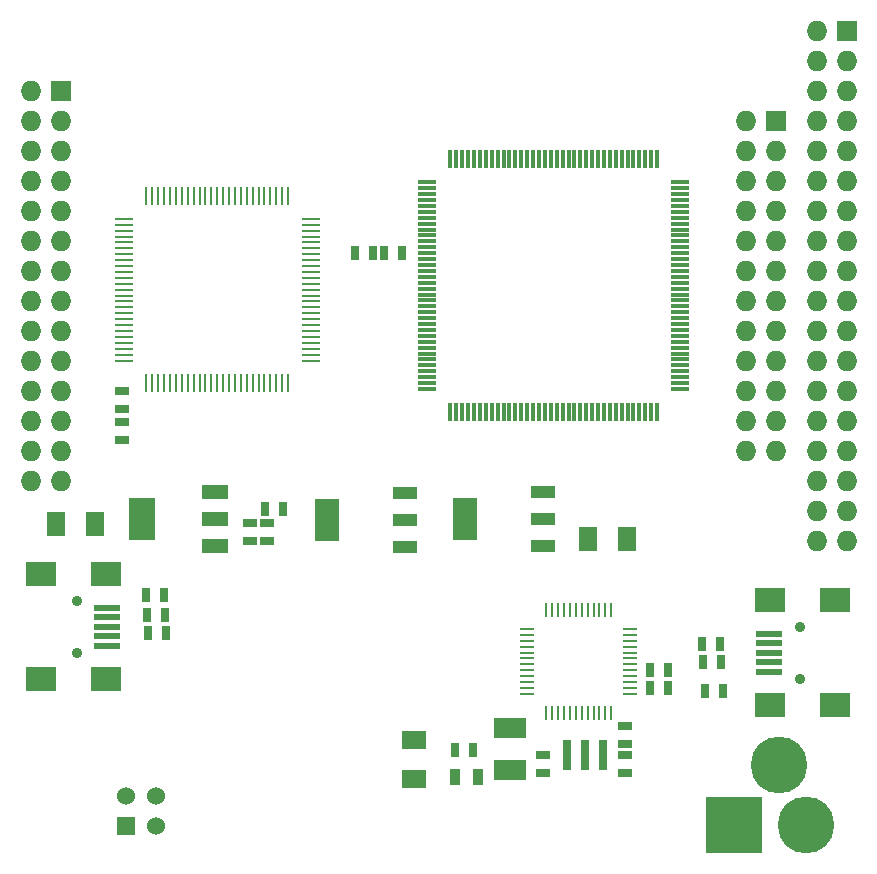
<source format=gts>
G04 #@! TF.FileFunction,Soldermask,Top*
%FSLAX46Y46*%
G04 Gerber Fmt 4.6, Leading zero omitted, Abs format (unit mm)*
G04 Created by KiCad (PCBNEW no-vcs-found-product) date mié 22 jul 2015 02:19:54 COT*
%MOMM*%
G01*
G04 APERTURE LIST*
%ADD10C,0.100000*%
%ADD11R,0.635000X1.143000*%
%ADD12R,1.524000X2.032000*%
%ADD13R,1.143000X0.635000*%
%ADD14R,2.235200X1.219200*%
%ADD15R,2.235200X3.606800*%
%ADD16R,1.550000X0.300000*%
%ADD17R,0.300000X1.550000*%
%ADD18R,1.500000X0.280000*%
%ADD19R,0.280000X1.500000*%
%ADD20R,2.032000X3.657600*%
%ADD21R,2.032000X1.016000*%
%ADD22R,1.727200X1.727200*%
%ADD23O,1.727200X1.727200*%
%ADD24R,2.794000X1.778000*%
%ADD25R,1.300000X0.250000*%
%ADD26R,0.250000X1.300000*%
%ADD27R,0.889000X1.397000*%
%ADD28R,2.032000X1.524000*%
%ADD29R,2.301240X0.500380*%
%ADD30R,2.499360X1.998980*%
%ADD31C,0.899160*%
%ADD32C,4.800600*%
%ADD33R,4.800600X4.800600*%
%ADD34R,0.800000X2.600000*%
%ADD35R,1.524000X1.524000*%
%ADD36C,1.524000*%
G04 APERTURE END LIST*
D10*
D11*
X40813800Y-108224900D03*
X42337800Y-108224900D03*
D12*
X26412000Y-109520300D03*
X23110000Y-109520300D03*
D13*
X39537600Y-109405600D03*
X39537600Y-110929600D03*
X28722240Y-98195560D03*
X28722240Y-99719560D03*
X41042400Y-109393300D03*
X41042400Y-110917300D03*
X28752240Y-102369560D03*
X28752240Y-100845560D03*
D14*
X36588800Y-111366000D03*
X36588800Y-109080000D03*
X36588800Y-106794000D03*
D15*
X30391200Y-109080000D03*
D16*
X54580000Y-80550000D03*
X54580000Y-81050000D03*
X54580000Y-81550000D03*
X54580000Y-82050000D03*
X54580000Y-82550000D03*
X54580000Y-83050000D03*
X54580000Y-83550000D03*
X54580000Y-84050000D03*
X54580000Y-84550000D03*
X54580000Y-85050000D03*
X54580000Y-85550000D03*
X54580000Y-86050000D03*
X54580000Y-86550000D03*
X54580000Y-87050000D03*
X54580000Y-87550000D03*
X54580000Y-88050000D03*
X54580000Y-88550000D03*
X54580000Y-89050000D03*
X54580000Y-89550000D03*
X54580000Y-90050000D03*
X54580000Y-90550000D03*
X54580000Y-91050000D03*
X54580000Y-91550000D03*
X54580000Y-92050000D03*
X54580000Y-92550000D03*
X54580000Y-93050000D03*
X54580000Y-93550000D03*
X54580000Y-94050000D03*
X54580000Y-94550000D03*
X54580000Y-95050000D03*
X54580000Y-95550000D03*
X54580000Y-96050000D03*
X54580000Y-96550000D03*
X54580000Y-97050000D03*
X54580000Y-97550000D03*
X54580000Y-98050000D03*
D17*
X56530000Y-100000000D03*
X57030000Y-100000000D03*
X57530000Y-100000000D03*
X58030000Y-100000000D03*
X58530000Y-100000000D03*
X59030000Y-100000000D03*
X59530000Y-100000000D03*
X60030000Y-100000000D03*
X60530000Y-100000000D03*
X61030000Y-100000000D03*
X61530000Y-100000000D03*
X62030000Y-100000000D03*
X62530000Y-100000000D03*
X63030000Y-100000000D03*
X63530000Y-100000000D03*
X64030000Y-100000000D03*
X64530000Y-100000000D03*
X65030000Y-100000000D03*
X65530000Y-100000000D03*
X66030000Y-100000000D03*
X66530000Y-100000000D03*
X67030000Y-100000000D03*
X67530000Y-100000000D03*
X68030000Y-100000000D03*
X68530000Y-100000000D03*
X69030000Y-100000000D03*
X69530000Y-100000000D03*
X70030000Y-100000000D03*
X70530000Y-100000000D03*
X71030000Y-100000000D03*
X71530000Y-100000000D03*
X72030000Y-100000000D03*
X72530000Y-100000000D03*
X73030000Y-100000000D03*
X73530000Y-100000000D03*
X74030000Y-100000000D03*
D16*
X75980000Y-98050000D03*
X75980000Y-97550000D03*
X75980000Y-97050000D03*
X75980000Y-96550000D03*
X75980000Y-96050000D03*
X75980000Y-95550000D03*
X75980000Y-95050000D03*
X75980000Y-94550000D03*
X75980000Y-94050000D03*
X75980000Y-93550000D03*
X75980000Y-93050000D03*
X75980000Y-92550000D03*
X75980000Y-92050000D03*
X75980000Y-91550000D03*
X75980000Y-91050000D03*
X75980000Y-90550000D03*
X75980000Y-90050000D03*
X75980000Y-89550000D03*
X75980000Y-89050000D03*
X75980000Y-88550000D03*
X75980000Y-88050000D03*
X75980000Y-87550000D03*
X75980000Y-87050000D03*
X75980000Y-86550000D03*
X75980000Y-86050000D03*
X75980000Y-85550000D03*
X75980000Y-85050000D03*
X75980000Y-84550000D03*
X75980000Y-84050000D03*
X75980000Y-83550000D03*
X75980000Y-83050000D03*
X75980000Y-82550000D03*
X75980000Y-82050000D03*
X75980000Y-81550000D03*
X75980000Y-81050000D03*
X75980000Y-80550000D03*
D17*
X74030000Y-78600000D03*
X73530000Y-78600000D03*
X73030000Y-78600000D03*
X72530000Y-78600000D03*
X72030000Y-78600000D03*
X71530000Y-78600000D03*
X71030000Y-78600000D03*
X70530000Y-78600000D03*
X70030000Y-78600000D03*
X69530000Y-78600000D03*
X69030000Y-78600000D03*
X68530000Y-78600000D03*
X68030000Y-78600000D03*
X67530000Y-78600000D03*
X67030000Y-78600000D03*
X66530000Y-78600000D03*
X66030000Y-78600000D03*
X65530000Y-78600000D03*
X65030000Y-78600000D03*
X64530000Y-78600000D03*
X64030000Y-78600000D03*
X63530000Y-78600000D03*
X63030000Y-78600000D03*
X62530000Y-78600000D03*
X62030000Y-78600000D03*
X61530000Y-78600000D03*
X61030000Y-78600000D03*
X60530000Y-78600000D03*
X60030000Y-78600000D03*
X59530000Y-78600000D03*
X59030000Y-78600000D03*
X58530000Y-78600000D03*
X58030000Y-78600000D03*
X57530000Y-78600000D03*
X57030000Y-78600000D03*
X56530000Y-78600000D03*
D18*
X44690000Y-95640000D03*
X44690000Y-95140000D03*
X44690000Y-94640000D03*
X44690000Y-94140000D03*
X44690000Y-93640000D03*
X44690000Y-93140000D03*
X44690000Y-92640000D03*
X44690000Y-92140000D03*
X44690000Y-91640000D03*
X44690000Y-91140000D03*
X44690000Y-90640000D03*
X44690000Y-90140000D03*
X44690000Y-89640000D03*
X44690000Y-89140000D03*
X44690000Y-88640000D03*
X44690000Y-88140000D03*
X44690000Y-87640000D03*
X44690000Y-87140000D03*
X44690000Y-86640000D03*
X44690000Y-86140000D03*
X44690000Y-85640000D03*
X44690000Y-85140000D03*
X44690000Y-84640000D03*
X44690000Y-84140000D03*
X44690000Y-83640000D03*
D19*
X42790000Y-81740000D03*
X42290000Y-81740000D03*
X41790000Y-81740000D03*
X41290000Y-81740000D03*
X40790000Y-81740000D03*
X40290000Y-81740000D03*
X39790000Y-81740000D03*
X39290000Y-81740000D03*
X38790000Y-81740000D03*
X38290000Y-81740000D03*
X37790000Y-81740000D03*
X37290000Y-81740000D03*
X36790000Y-81740000D03*
X36290000Y-81740000D03*
X35790000Y-81740000D03*
X35290000Y-81740000D03*
X34790000Y-81740000D03*
X34290000Y-81740000D03*
X33790000Y-81740000D03*
X33290000Y-81740000D03*
X32790000Y-81740000D03*
X32290000Y-81740000D03*
X31790000Y-81740000D03*
X31290000Y-81740000D03*
X30790000Y-81740000D03*
D18*
X28890000Y-83640000D03*
X28890000Y-84140000D03*
X28890000Y-84640000D03*
X28890000Y-85140000D03*
X28890000Y-85640000D03*
X28890000Y-86140000D03*
X28890000Y-86640000D03*
X28890000Y-87140000D03*
X28890000Y-87640000D03*
X28890000Y-88140000D03*
X28890000Y-88640000D03*
X28890000Y-89140000D03*
X28890000Y-89640000D03*
X28890000Y-90140000D03*
X28890000Y-90640000D03*
X28890000Y-91140000D03*
X28890000Y-91640000D03*
X28890000Y-92140000D03*
X28890000Y-92640000D03*
X28890000Y-93140000D03*
X28890000Y-93640000D03*
X28890000Y-94140000D03*
X28890000Y-94640000D03*
X28890000Y-95140000D03*
X28890000Y-95640000D03*
D19*
X30790000Y-97540000D03*
X31290000Y-97540000D03*
X31790000Y-97540000D03*
X32290000Y-97540000D03*
X32790000Y-97540000D03*
X33290000Y-97540000D03*
X33790000Y-97540000D03*
X34290000Y-97540000D03*
X34790000Y-97540000D03*
X35290000Y-97540000D03*
X35790000Y-97540000D03*
X36290000Y-97540000D03*
X36790000Y-97540000D03*
X37290000Y-97540000D03*
X37790000Y-97540000D03*
X38290000Y-97540000D03*
X38790000Y-97540000D03*
X39290000Y-97540000D03*
X39790000Y-97540000D03*
X40290000Y-97540000D03*
X40790000Y-97540000D03*
X41290000Y-97540000D03*
X41790000Y-97540000D03*
X42290000Y-97540000D03*
X42790000Y-97540000D03*
D12*
X68149000Y-110720000D03*
X71451000Y-110720000D03*
D20*
X57748000Y-109080000D03*
D21*
X64352000Y-109080000D03*
X64352000Y-106794000D03*
X64352000Y-111366000D03*
D20*
X46068000Y-109110000D03*
D21*
X52672000Y-109110000D03*
X52672000Y-106824000D03*
X52672000Y-111396000D03*
D22*
X90070000Y-67710000D03*
D23*
X87530000Y-67710000D03*
X90070000Y-70250000D03*
X87530000Y-70250000D03*
X90070000Y-72790000D03*
X87530000Y-72790000D03*
X90070000Y-75330000D03*
X87530000Y-75330000D03*
X90070000Y-77870000D03*
X87530000Y-77870000D03*
X90070000Y-80410000D03*
X87530000Y-80410000D03*
X90070000Y-82950000D03*
X87530000Y-82950000D03*
X90070000Y-85490000D03*
X87530000Y-85490000D03*
X90070000Y-88030000D03*
X87530000Y-88030000D03*
X90070000Y-90570000D03*
X87530000Y-90570000D03*
X90070000Y-93110000D03*
X87530000Y-93110000D03*
X90070000Y-95650000D03*
X87530000Y-95650000D03*
X90070000Y-98190000D03*
X87530000Y-98190000D03*
X90070000Y-100730000D03*
X87530000Y-100730000D03*
X90070000Y-103270000D03*
X87530000Y-103270000D03*
X90070000Y-105810000D03*
X87530000Y-105810000D03*
X90070000Y-108350000D03*
X87530000Y-108350000D03*
X90070000Y-110890000D03*
X87530000Y-110890000D03*
D22*
X84070000Y-75330000D03*
D23*
X81530000Y-75330000D03*
X84070000Y-77870000D03*
X81530000Y-77870000D03*
X84070000Y-80410000D03*
X81530000Y-80410000D03*
X84070000Y-82950000D03*
X81530000Y-82950000D03*
X84070000Y-85490000D03*
X81530000Y-85490000D03*
X84070000Y-88030000D03*
X81530000Y-88030000D03*
X84070000Y-90570000D03*
X81530000Y-90570000D03*
X84070000Y-93110000D03*
X81530000Y-93110000D03*
X84070000Y-95650000D03*
X81530000Y-95650000D03*
X84070000Y-98190000D03*
X81530000Y-98190000D03*
X84070000Y-100730000D03*
X81530000Y-100730000D03*
X84070000Y-103270000D03*
X81530000Y-103270000D03*
D22*
X23570000Y-72790000D03*
D23*
X21030000Y-72790000D03*
X23570000Y-75330000D03*
X21030000Y-75330000D03*
X23570000Y-77870000D03*
X21030000Y-77870000D03*
X23570000Y-80410000D03*
X21030000Y-80410000D03*
X23570000Y-82950000D03*
X21030000Y-82950000D03*
X23570000Y-85490000D03*
X21030000Y-85490000D03*
X23570000Y-88030000D03*
X21030000Y-88030000D03*
X23570000Y-90570000D03*
X21030000Y-90570000D03*
X23570000Y-93110000D03*
X21030000Y-93110000D03*
X23570000Y-95650000D03*
X21030000Y-95650000D03*
X23570000Y-98190000D03*
X21030000Y-98190000D03*
X23570000Y-100730000D03*
X21030000Y-100730000D03*
X23570000Y-103270000D03*
X21030000Y-103270000D03*
X23570000Y-105810000D03*
X21030000Y-105810000D03*
D11*
X52452000Y-86560000D03*
X50928000Y-86560000D03*
X48468000Y-86560000D03*
X49992000Y-86560000D03*
X56948000Y-128580000D03*
X58472000Y-128580000D03*
D24*
X61580000Y-130278000D03*
X61580000Y-126722000D03*
D13*
X71340000Y-126568000D03*
X71340000Y-128092000D03*
X64400000Y-130582000D03*
X64400000Y-129058000D03*
X71350000Y-130592000D03*
X71350000Y-129068000D03*
D25*
X71750000Y-123860000D03*
X71750000Y-123360000D03*
X71750000Y-122860000D03*
X71750000Y-122360000D03*
X71750000Y-121860000D03*
X71750000Y-121360000D03*
X71750000Y-120860000D03*
X71750000Y-120360000D03*
X71750000Y-119860000D03*
X71750000Y-119360000D03*
X71750000Y-118860000D03*
X71750000Y-118360000D03*
D26*
X70150000Y-116760000D03*
X69650000Y-116760000D03*
X69150000Y-116760000D03*
X68650000Y-116760000D03*
X68150000Y-116760000D03*
X67650000Y-116760000D03*
X67150000Y-116760000D03*
X66650000Y-116760000D03*
X66150000Y-116760000D03*
X65650000Y-116760000D03*
X65150000Y-116760000D03*
X64650000Y-116760000D03*
D25*
X63050000Y-118360000D03*
X63050000Y-118860000D03*
X63050000Y-119360000D03*
X63050000Y-119860000D03*
X63050000Y-120360000D03*
X63050000Y-120860000D03*
X63050000Y-121360000D03*
X63050000Y-121860000D03*
X63050000Y-122360000D03*
X63050000Y-122860000D03*
X63050000Y-123360000D03*
X63050000Y-123860000D03*
D26*
X64650000Y-125460000D03*
X65150000Y-125460000D03*
X65650000Y-125460000D03*
X66150000Y-125460000D03*
X66650000Y-125460000D03*
X67150000Y-125460000D03*
X67650000Y-125460000D03*
X68150000Y-125460000D03*
X68650000Y-125460000D03*
X69150000Y-125460000D03*
X69650000Y-125460000D03*
X70150000Y-125460000D03*
D27*
X56957500Y-130920000D03*
X58862500Y-130920000D03*
D11*
X79402000Y-121130000D03*
X77878000Y-121130000D03*
X79362000Y-119620000D03*
X77838000Y-119620000D03*
X73438000Y-123380000D03*
X74962000Y-123380000D03*
X74942000Y-121870000D03*
X73418000Y-121870000D03*
D28*
X53420000Y-131071000D03*
X53420000Y-127769000D03*
D29*
X83500680Y-121970200D03*
X83500680Y-121170100D03*
X83500680Y-120370000D03*
X83500680Y-119569900D03*
X83500680Y-118769800D03*
D30*
X83599740Y-124820080D03*
X89098840Y-124820080D03*
X83599740Y-115919920D03*
X89098840Y-115919920D03*
D31*
X86099100Y-122569640D03*
X86099100Y-118170360D03*
D11*
X79582000Y-123580000D03*
X78058000Y-123580000D03*
D32*
X86680000Y-134950000D03*
D33*
X80584000Y-134950000D03*
D32*
X84394000Y-129870000D03*
D11*
X30758000Y-115530000D03*
X32282000Y-115530000D03*
D29*
X27489320Y-116589800D03*
X27489320Y-117389900D03*
X27489320Y-118190000D03*
X27489320Y-118990100D03*
X27489320Y-119790200D03*
D30*
X27390260Y-113739920D03*
X21891160Y-113739920D03*
X27390260Y-122640080D03*
X21891160Y-122640080D03*
D31*
X24890900Y-115990360D03*
X24890900Y-120389640D03*
D11*
X30858000Y-117210000D03*
X32382000Y-117210000D03*
X30898000Y-118730000D03*
X32422000Y-118730000D03*
D34*
X67920000Y-129060000D03*
X66420000Y-129060000D03*
X69420000Y-129060000D03*
D35*
X29088080Y-135031480D03*
D36*
X29088080Y-132491480D03*
X31628080Y-135031480D03*
X31628080Y-132491480D03*
M02*

</source>
